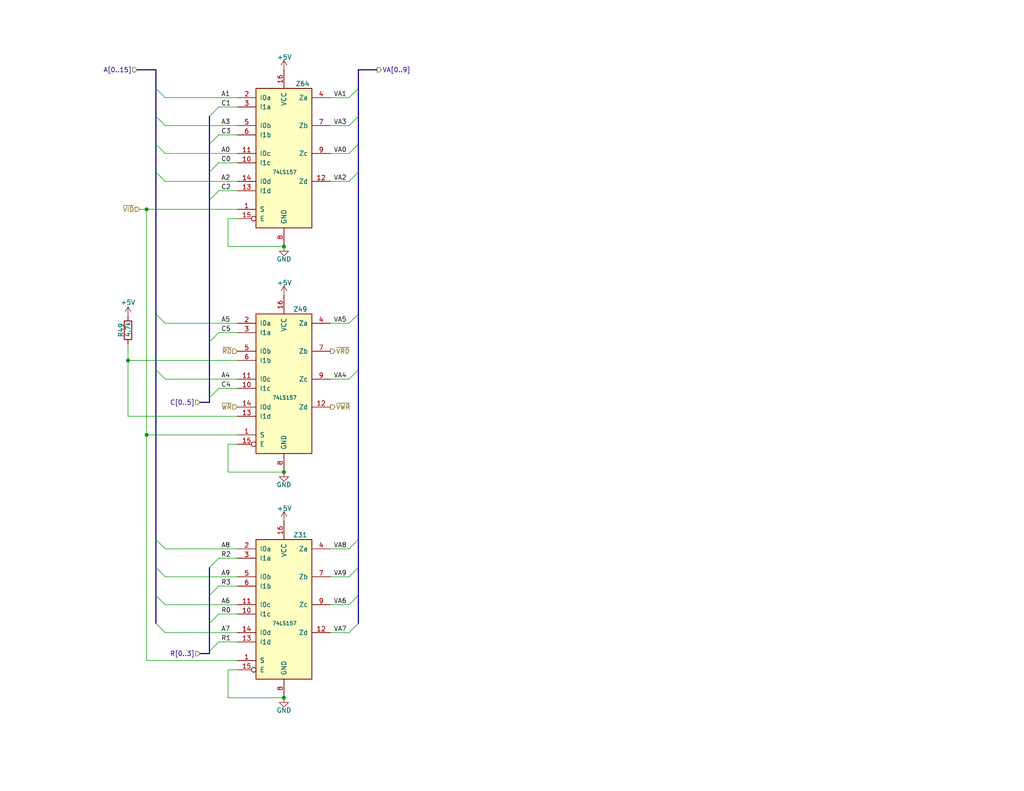
<source format=kicad_sch>
(kicad_sch (version 20250114) (generator "eeschema") (generator_version "9.0")
  (paper "USLetter")
  (title_block (title "TRS-80 Model I Rev HE11E011520") (date "2025-06-15") (rev "E1A") (company "RetroStack - Marcel Erz") (comment 2 "Multiplexer for video RAM access of CPU or video circuit") (comment 4 "Video Access Multiplexer"))
  (lib_symbols
    (symbol "74xx:74LS157" (pin_names (offset 1.016))
      (property "Reference" "U" (at -7.62 19.05 0))
      (property "Value" "74LS157" (at -7.62 -21.59 0))
      (symbol "74LS157_1_0"
        (pin input line (at -12.7 15.24 0) (length 5.08) (name "I0a") (number "2"))
        (pin input line (at -12.7 12.7 0) (length 5.08) (name "I1a") (number "3"))
        (pin input line (at -12.7 7.62 0) (length 5.08) (name "I0b") (number "5"))
        (pin input line (at -12.7 5.08 0) (length 5.08) (name "I1b") (number "6"))
        (pin input line (at -12.7 0 0) (length 5.08) (name "I0c") (number "11"))
        (pin input line (at -12.7 -2.54 0) (length 5.08) (name "I1c") (number "10"))
        (pin input line (at -12.7 -7.62 0) (length 5.08) (name "I0d") (number "14"))
        (pin input line (at -12.7 -10.16 0) (length 5.08) (name "I1d") (number "13"))
        (pin input line (at -12.7 -15.24 0) (length 5.08) (name "S") (number "1"))
        (pin input inverted (at -12.7 -17.78 0) (length 5.08) (name "E") (number "15"))
        (pin power_in line (at 0 22.86 270) (length 5.08) (name "VCC") (number "16"))
        (pin power_in line (at 0 -25.4 90) (length 5.08) (name "GND") (number "8"))
        (pin output line (at 12.7 15.24 180) (length 5.08) (name "Za") (number "4"))
        (pin output line (at 12.7 7.62 180) (length 5.08) (name "Zb") (number "7"))
        (pin output line (at 12.7 0 180) (length 5.08) (name "Zc") (number "9"))
        (pin output line (at 12.7 -7.62 180) (length 5.08) (name "Zd") (number "12"))
      )
      (symbol "74LS157_1_1"
        (rectangle (start -7.62 17.78) (end 7.62 -20.32) (stroke (width 0.254)) (fill (type background)))
      )
    )
    (symbol "Device:R" (pin_numbers (hide yes)) (pin_names (offset 0))
      (property "Reference" "R" (at 2.032 0 90))
      (property "Value" "R" (at 0 0 90))
      (symbol "R_0_1"
        (rectangle (start -1.016 -2.54) (end 1.016 2.54) (stroke (width 0.254)))
      )
      (symbol "R_1_1"
        (pin passive line (at 0 3.81 270) (length 1.27) (name "~") (number "1"))
        (pin passive line (at 0 -3.81 90) (length 1.27) (name "~") (number "2"))
      )
    )
    (symbol "power:+5V" (power) (pin_numbers (hide yes)) (pin_names (offset 0) (hide yes))
      (property "Value" "+5V" (at 0 3.556 0))
      (symbol "+5V_0_1"
        (polyline (pts (xy -0.762 1.27) (xy 0 2.54)))
        (polyline (pts (xy 0 2.54) (xy 0.762 1.27)))
        (polyline (pts (xy 0 0) (xy 0 2.54)))
      )
      (symbol "+5V_1_1"
        (pin power_in line (at 0 0 90) (length 0) (name "~") (number "1"))
      )
    )
    (symbol "power:GND" (power) (pin_numbers (hide yes)) (pin_names (offset 0) (hide yes))
      (property "Value" "GND" (at 0 -3.81 0))
      (symbol "GND_0_1"
        (polyline (pts (xy 0 0) (xy 0 -1.27) (xy 1.27 -1.27) (xy 0 -2.54) (xy -1.27 -1.27) (xy 0 -1.27)))
      )
      (symbol "GND_1_1"
        (pin power_in line (at 0 0 270) (length 0) (name "~") (number "1"))
      )
    )
  )
  (junction (at 40.005 57.15))
  (junction (at 77.47 190.5))
  (junction (at 77.47 67.31))
  (junction (at 40.005 118.745))
  (junction (at 77.47 128.905))
  (junction (at 34.925 98.425))
  (bus_entry (at 95.25 172.72) (size 2.54 -2.54))
  (bus_entry (at 95.25 49.53) (size 2.54 -2.54))
  (bus_entry (at 57.15 177.8) (size 2.54 -2.54))
  (bus_entry (at 95.25 26.67) (size 2.54 -2.54))
  (bus_entry (at 57.15 162.56) (size 2.54 -2.54))
  (bus_entry (at 57.15 154.94) (size 2.54 -2.54))
  (bus_entry (at 42.545 31.75) (size 2.54 2.54))
  (bus_entry (at 95.25 149.86) (size 2.54 -2.54))
  (bus_entry (at 57.15 46.99) (size 2.54 -2.54))
  (bus_entry (at 42.545 24.13) (size 2.54 2.54))
  (bus_entry (at 42.545 147.32) (size 2.54 2.54))
  (bus_entry (at 95.25 88.265) (size 2.54 -2.54))
  (bus_entry (at 42.545 39.37) (size 2.54 2.54))
  (bus_entry (at 42.545 162.56) (size 2.54 2.54))
  (bus_entry (at 57.15 31.75) (size 2.54 -2.54))
  (bus_entry (at 57.15 170.18) (size 2.54 -2.54))
  (bus_entry (at 42.545 85.725) (size 2.54 2.54))
  (bus_entry (at 42.545 170.18) (size 2.54 2.54))
  (bus_entry (at 95.25 41.91) (size 2.54 -2.54))
  (bus_entry (at 95.25 103.505) (size 2.54 -2.54))
  (bus_entry (at 42.545 154.94) (size 2.54 2.54))
  (bus_entry (at 57.15 93.345) (size 2.54 -2.54))
  (bus_entry (at 95.25 157.48) (size 2.54 -2.54))
  (bus_entry (at 57.15 39.37) (size 2.54 -2.54))
  (bus_entry (at 95.25 165.1) (size 2.54 -2.54))
  (bus_entry (at 57.15 108.585) (size 2.54 -2.54))
  (bus_entry (at 42.545 46.99) (size 2.54 2.54))
  (bus_entry (at 57.15 54.61) (size 2.54 -2.54))
  (bus_entry (at 42.545 100.965) (size 2.54 2.54))
  (bus_entry (at 95.25 34.29) (size 2.54 -2.54))
  (bus (pts (xy 57.15 177.8) (xy 57.15 178.435)))
  (bus (pts (xy 42.545 39.37) (xy 42.545 46.99)))
  (bus (pts (xy 42.545 147.32) (xy 42.545 154.94)))
  (bus (pts (xy 54.61 109.855) (xy 57.15 109.855)))
  (bus (pts (xy 97.79 19.05) (xy 102.87 19.05)))
  (bus (pts (xy 97.79 31.75) (xy 97.79 24.13)))
  (wire (pts (xy 62.23 190.5) (xy 77.47 190.5)))
  (wire (pts (xy 45.085 103.505) (xy 64.77 103.505)))
  (bus (pts (xy 97.79 170.18) (xy 97.79 162.56)))
  (wire (pts (xy 45.085 165.1) (xy 64.77 165.1)))
  (bus (pts (xy 57.15 46.99) (xy 57.15 54.61)))
  (bus (pts (xy 57.15 108.585) (xy 57.15 109.855)))
  (wire (pts (xy 64.77 121.285) (xy 62.23 121.285)))
  (bus (pts (xy 42.545 85.725) (xy 42.545 100.965)))
  (bus (pts (xy 42.545 162.56) (xy 42.545 170.18)))
  (bus (pts (xy 57.15 162.56) (xy 57.15 170.18)))
  (wire (pts (xy 38.1 57.15) (xy 40.005 57.15)))
  (wire (pts (xy 59.69 52.07) (xy 64.77 52.07)))
  (wire (pts (xy 45.085 49.53) (xy 64.77 49.53)))
  (wire (pts (xy 40.005 118.745) (xy 40.005 57.15)))
  (wire (pts (xy 59.69 152.4) (xy 64.77 152.4)))
  (wire (pts (xy 45.085 157.48) (xy 64.77 157.48)))
  (wire (pts (xy 62.23 67.31) (xy 77.47 67.31)))
  (bus (pts (xy 97.79 100.965) (xy 97.79 85.725)))
  (bus (pts (xy 54.61 178.435) (xy 57.15 178.435)))
  (wire (pts (xy 90.17 88.265) (xy 95.25 88.265)))
  (wire (pts (xy 90.17 103.505) (xy 95.25 103.505)))
  (bus (pts (xy 57.15 39.37) (xy 57.15 46.99)))
  (wire (pts (xy 62.23 182.88) (xy 62.23 190.5)))
  (wire (pts (xy 62.23 59.69) (xy 62.23 67.31)))
  (wire (pts (xy 90.17 26.67) (xy 95.25 26.67)))
  (bus (pts (xy 57.15 54.61) (xy 57.15 93.345)))
  (wire (pts (xy 45.085 172.72) (xy 64.77 172.72)))
  (wire (pts (xy 90.17 41.91) (xy 95.25 41.91)))
  (wire (pts (xy 59.69 90.805) (xy 64.77 90.805)))
  (wire (pts (xy 59.69 29.21) (xy 64.77 29.21)))
  (wire (pts (xy 64.77 118.745) (xy 40.005 118.745)))
  (wire (pts (xy 64.77 113.665) (xy 34.925 113.665)))
  (bus (pts (xy 57.15 170.18) (xy 57.15 177.8)))
  (wire (pts (xy 45.085 26.67) (xy 64.77 26.67)))
  (wire (pts (xy 90.17 172.72) (xy 95.25 172.72)))
  (bus (pts (xy 97.79 147.32) (xy 97.79 100.965)))
  (bus (pts (xy 42.545 154.94) (xy 42.545 162.56)))
  (wire (pts (xy 62.23 128.905) (xy 77.47 128.905)))
  (bus (pts (xy 57.15 31.75) (xy 57.15 39.37)))
  (wire (pts (xy 45.085 34.29) (xy 64.77 34.29)))
  (wire (pts (xy 90.17 149.86) (xy 95.25 149.86)))
  (bus (pts (xy 97.79 46.99) (xy 97.79 39.37)))
  (bus (pts (xy 42.545 100.965) (xy 42.545 147.32)))
  (bus (pts (xy 42.545 24.13) (xy 42.545 31.75)))
  (wire (pts (xy 64.77 98.425) (xy 34.925 98.425)))
  (wire (pts (xy 62.23 121.285) (xy 62.23 128.905)))
  (wire (pts (xy 90.17 165.1) (xy 95.25 165.1)))
  (wire (pts (xy 45.085 41.91) (xy 64.77 41.91)))
  (wire (pts (xy 64.77 180.34) (xy 40.005 180.34)))
  (wire (pts (xy 59.69 44.45) (xy 64.77 44.45)))
  (wire (pts (xy 90.17 49.53) (xy 95.25 49.53)))
  (wire (pts (xy 34.925 113.665) (xy 34.925 98.425)))
  (bus (pts (xy 97.79 85.725) (xy 97.79 46.99)))
  (bus (pts (xy 42.545 46.99) (xy 42.545 85.725)))
  (wire (pts (xy 64.77 59.69) (xy 62.23 59.69)))
  (wire (pts (xy 90.17 34.29) (xy 95.25 34.29)))
  (bus (pts (xy 42.545 19.05) (xy 42.545 24.13)))
  (bus (pts (xy 97.79 39.37) (xy 97.79 31.75)))
  (bus (pts (xy 42.545 31.75) (xy 42.545 39.37)))
  (bus (pts (xy 97.79 162.56) (xy 97.79 154.94)))
  (wire (pts (xy 34.925 98.425) (xy 34.925 93.98)))
  (wire (pts (xy 90.17 157.48) (xy 95.25 157.48)))
  (wire (pts (xy 45.085 149.86) (xy 64.77 149.86)))
  (wire (pts (xy 45.085 88.265) (xy 64.77 88.265)))
  (wire (pts (xy 59.69 106.045) (xy 64.77 106.045)))
  (wire (pts (xy 59.69 36.83) (xy 64.77 36.83)))
  (wire (pts (xy 59.69 167.64) (xy 64.77 167.64)))
  (bus (pts (xy 97.79 154.94) (xy 97.79 147.32)))
  (bus (pts (xy 57.15 154.94) (xy 57.15 162.56)))
  (wire (pts (xy 40.005 57.15) (xy 64.77 57.15)))
  (wire (pts (xy 59.69 160.02) (xy 64.77 160.02)))
  (wire (pts (xy 40.005 180.34) (xy 40.005 118.745)))
  (bus (pts (xy 37.465 19.05) (xy 42.545 19.05)))
  (wire (pts (xy 64.77 182.88) (xy 62.23 182.88)))
  (bus (pts (xy 57.15 93.345) (xy 57.15 108.585)))
  (bus (pts (xy 97.79 24.13) (xy 97.79 19.05)))
  (wire (pts (xy 59.69 175.26) (xy 64.77 175.26)))
  (label "R0" (at 60.325 167.64 0))
  (label "VA5" (at 94.615 88.265 180))
  (label "VA9" (at 94.615 157.48 180))
  (label "VA2" (at 94.615 49.53 180))
  (label "C0" (at 60.325 44.45 0))
  (label "A9" (at 60.325 157.48 0))
  (label "C3" (at 60.325 36.83 0))
  (label "A1" (at 60.325 26.67 0))
  (label "VA1" (at 94.615 26.67 180))
  (label "C4" (at 60.325 106.045 0))
  (label "A3" (at 60.325 34.29 0))
  (label "VA4" (at 94.615 103.505 180))
  (label "C1" (at 60.325 29.21 0))
  (label "R2" (at 60.325 152.4 0))
  (label "VA6" (at 94.615 165.1 180))
  (label "A6" (at 60.325 165.1 0))
  (label "C5" (at 60.325 90.805 0))
  (label "A2" (at 60.325 49.53 0))
  (label "C2" (at 60.325 52.07 0))
  (label "R3" (at 60.325 160.02 0))
  (label "VA7" (at 94.615 172.72 180))
  (label "VA3" (at 94.615 34.29 180))
  (label "A0" (at 60.325 41.91 0))
  (label "A8" (at 60.325 149.86 0))
  (label "R1" (at 60.325 175.26 0))
  (label "A4" (at 60.325 103.505 0))
  (label "VA8" (at 94.615 149.86 180))
  (label "A7" (at 60.325 172.72 0))
  (label "A5" (at 60.325 88.265 0))
  (label "VA0" (at 94.615 41.91 180))
  (hierarchical_label "VA[0..9]" (shape output) (at 102.87 19.05 0))
  (hierarchical_label "~{WR}" (shape input) (at 64.77 111.125 180))
  (hierarchical_label "~{VRD}" (shape output) (at 90.17 95.885 0))
  (hierarchical_label "~{VWR}" (shape output) (at 90.17 111.125 0))
  (hierarchical_label "~{VID}" (shape input) (at 38.1 57.15 180))
  (hierarchical_label "A[0..15]" (shape input) (at 37.465 19.05 180))
  (hierarchical_label "C[0..5]" (shape input) (at 54.61 109.855 180))
  (hierarchical_label "~{RD}" (shape input) (at 64.77 95.885 180))
  (hierarchical_label "R[0..3]" (shape input) (at 54.61 178.435 180))
  (symbol (lib_id "power:+5V") (at 77.47 142.24 0) (unit 1)
    (property "Reference" "#PWR0133" (effects (hide yes)))
    (property "Value" "+5V" (at 77.597 138.811 0))
    (property "Description" "Power symbol creates a global label with name \"+5V\"" (effects (hide yes)))
  )
  (symbol (lib_id "power:GND") (at 77.47 67.31 0) (unit 1)
    (property "Reference" "#PWR0132" (effects (hide yes)))
    (property "Value" "GND" (at 77.47 70.739 0))
    (property "Description" "Power symbol creates a global label with name \"GND\" , ground" (effects (hide yes)))
  )
  (symbol (lib_id "power:GND") (at 77.47 190.5 0) (unit 1)
    (property "Reference" "#PWR0136" (effects (hide yes)))
    (property "Value" "GND" (at 77.47 193.929 0))
    (property "Description" "Power symbol creates a global label with name \"GND\" , ground" (effects (hide yes)))
  )
  (symbol (lib_id "power:+5V") (at 77.47 80.645 0) (unit 1)
    (property "Reference" "#PWR0131" (effects (hide yes)))
    (property "Value" "+5V" (at 77.597 77.216 0))
    (property "Description" "Power symbol creates a global label with name \"+5V\"" (effects (hide yes)))
  )
  (symbol (lib_id "74xx:74LS157") (at 77.47 165.1 0) (unit 1)
    (property "Reference" "Z8" (at 80.01 146.05 0) (effects (justify left)))
    (property "Value" "74LS157" (at 74.295 170.18 0) (effects (font (size 1 1)) (justify left)))
    (property "Footprint" "Library:TRS80_Model_I_DIP16_Jap" (effects (hide yes)))
    (property "Datasheet" "http://www.ti.com/lit/gpn/sn74LS157" (effects (hide yes)))
    (instances (project "Replica" (path "" (reference "Z31") (unit 1))) (project "TRS80_Model_I_G_E1" (path "" (reference "Z8") (unit 1))))
  )
  (symbol (lib_id "power:+5V") (at 77.47 19.05 0) (unit 1)
    (property "Reference" "#PWR0128" (effects (hide yes)))
    (property "Value" "+5V" (at 77.597 15.621 0))
    (property "Description" "Power symbol creates a global label with name \"+5V\"" (effects (hide yes)))
  )
  (symbol (lib_id "Device:R") (at 34.925 90.17 0) (unit 1)
    (property "Reference" "R48" (at 33.02 92.075 90) (effects (justify left)))
    (property "Value" "4.7k" (at 34.925 92.075 90) (effects (justify left)))
    (property "Footprint" "Library:TRS80_Model_I_R_0.25W_Jap" (effects (hide yes)))
    (instances (project "Replica" (path "" (reference "R49") (unit 1))) (project "TRS80_Model_I_G_E1" (path "" (reference "R48") (unit 1))))
  )
  (symbol (lib_id "power:GND") (at 77.47 128.905 0) (unit 1)
    (property "Reference" "#PWR0134" (effects (hide yes)))
    (property "Value" "GND" (at 77.47 132.334 0))
    (property "Description" "Power symbol creates a global label with name \"GND\" , ground" (effects (hide yes)))
  )
  (symbol (lib_id "74xx:74LS157") (at 77.47 41.91 0) (unit 1)
    (property "Reference" "Z36" (at 80.645 22.86 0) (effects (justify left)))
    (property "Value" "74LS157" (at 74.295 46.99 0) (effects (font (size 1 1)) (justify left)))
    (property "Footprint" "Library:TRS80_Model_I_DIP16_Jap" (effects (hide yes)))
    (property "Datasheet" "http://www.ti.com/lit/gpn/sn74LS157" (effects (hide yes)))
    (instances (project "Replica" (path "" (reference "Z64") (unit 1))) (project "TRS80_Model_I_G_E1" (path "" (reference "Z36") (unit 1))))
  )
  (symbol (lib_id "power:+5V") (at 34.925 86.36 0) (unit 1)
    (property "Reference" "#PWR0130" (effects (hide yes)))
    (property "Value" "+5V" (at 34.925 82.55 0))
    (property "Description" "Power symbol creates a global label with name \"+5V\"" (effects (hide yes)))
  )
  (symbol (lib_id "74xx:74LS157") (at 77.47 103.505 0) (unit 1)
    (property "Reference" "Z29" (at 80.01 84.455 0) (effects (justify left)))
    (property "Value" "74LS157" (at 74.295 108.585 0) (effects (font (size 1 1)) (justify left)))
    (property "Footprint" "Library:TRS80_Model_I_DIP16_Jap" (effects (hide yes)))
    (property "Datasheet" "http://www.ti.com/lit/gpn/sn74LS157" (effects (hide yes)))
    (instances (project "Replica" (path "" (reference "Z49") (unit 1))) (project "TRS80_Model_I_G_E1" (path "" (reference "Z29") (unit 1))))
  )
)
</source>
